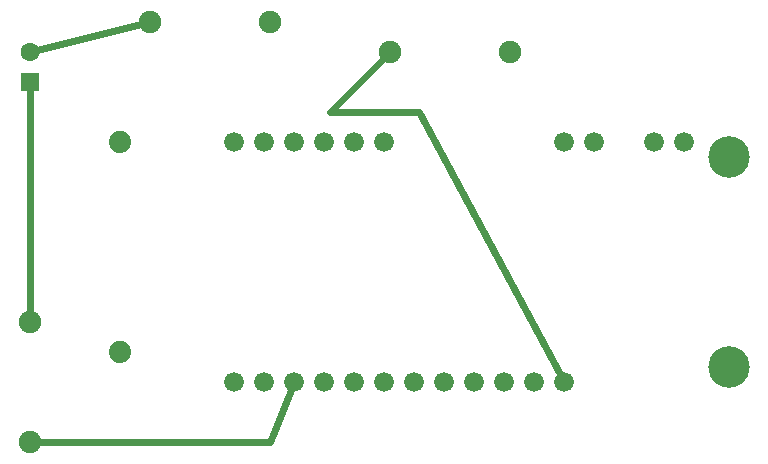
<source format=gbl>
G04 MADE WITH FRITZING*
G04 WWW.FRITZING.ORG*
G04 DOUBLE SIDED*
G04 HOLES PLATED*
G04 CONTOUR ON CENTER OF CONTOUR VECTOR*
%ASAXBY*%
%FSLAX23Y23*%
%MOIN*%
%OFA0B0*%
%SFA1.0B1.0*%
%ADD10C,0.075000*%
%ADD11C,0.062992*%
%ADD12C,0.074000*%
%ADD13C,0.138425*%
%ADD14C,0.066000*%
%ADD15R,0.062992X0.062992*%
%ADD16C,0.024000*%
%LNCOPPER0*%
G90*
G70*
G54D10*
X1418Y1506D03*
X1818Y1506D03*
X618Y1606D03*
X1018Y1606D03*
G54D11*
X218Y1406D03*
X218Y1505D03*
G54D10*
X218Y606D03*
X218Y206D03*
G54D12*
X518Y506D03*
X518Y1206D03*
G54D13*
X2551Y1156D03*
G54D14*
X901Y1206D03*
X1001Y1206D03*
X1101Y1206D03*
X1201Y1206D03*
X1301Y1206D03*
X1401Y1206D03*
G54D13*
X2551Y456D03*
G54D14*
X2001Y1206D03*
X2101Y1206D03*
X2301Y1206D03*
X2401Y1206D03*
X2001Y406D03*
X1901Y406D03*
X1801Y406D03*
X1701Y406D03*
X1601Y406D03*
X1501Y406D03*
X1401Y406D03*
X1301Y406D03*
X1201Y406D03*
X1101Y406D03*
X1001Y406D03*
X901Y406D03*
G54D15*
X218Y1406D03*
G54D16*
X1218Y1306D02*
X1516Y1305D01*
D02*
X1516Y1305D02*
X1986Y433D01*
D02*
X1398Y1486D02*
X1218Y1306D01*
D02*
X218Y1379D02*
X218Y635D01*
D02*
X247Y206D02*
X1018Y206D01*
D02*
X1018Y206D02*
X1089Y378D01*
D02*
X244Y1511D02*
X590Y1599D01*
G04 End of Copper0*
M02*
</source>
